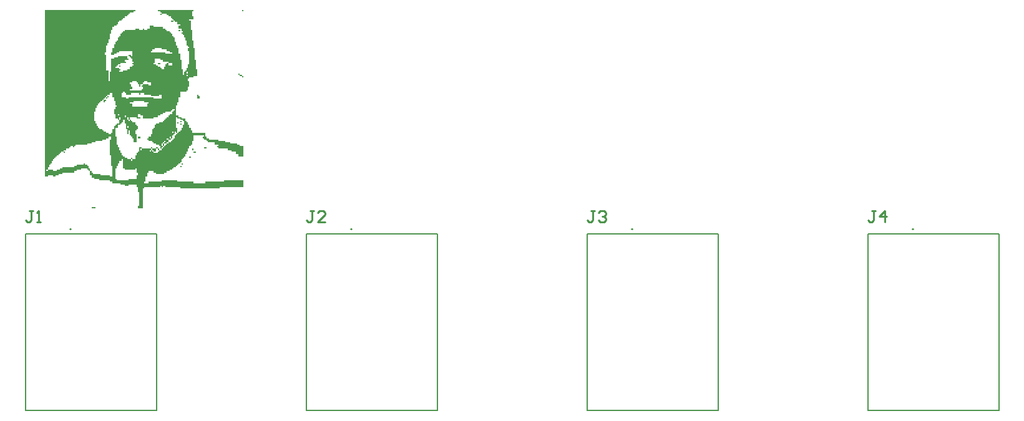
<source format=gbr>
G04*
G04 #@! TF.GenerationSoftware,Altium Limited,Altium Designer,23.0.1 (38)*
G04*
G04 Layer_Color=65535*
%FSLAX25Y25*%
%MOIN*%
G70*
G04*
G04 #@! TF.SameCoordinates,88CA1221-A5B3-45BB-8031-3B943D831941*
G04*
G04*
G04 #@! TF.FilePolarity,Positive*
G04*
G01*
G75*
%ADD10C,0.00787*%
%ADD11C,0.00500*%
%ADD12C,0.01000*%
G36*
X132500Y264293D02*
X131793D01*
Y265000D01*
X132500D01*
Y264293D01*
D02*
G37*
G36*
X88687Y262173D02*
X87980D01*
Y262880D01*
X88687D01*
Y262173D01*
D02*
G37*
G36*
X95047Y258640D02*
X93633D01*
Y259347D01*
X95047D01*
Y258640D01*
D02*
G37*
G36*
X98580Y253693D02*
X97873D01*
Y254400D01*
X98580D01*
Y253693D01*
D02*
G37*
G36*
X66780Y234613D02*
X66073D01*
Y235320D01*
X66780D01*
Y234613D01*
D02*
G37*
G36*
X105647Y264293D02*
X104940D01*
Y261467D01*
X105647D01*
Y260053D01*
X103527D01*
Y259347D01*
X104233D01*
Y254400D01*
X104940D01*
Y248747D01*
X105647D01*
Y244507D01*
X106353D01*
Y238147D01*
X107060D01*
Y233200D01*
X107767D01*
Y229667D01*
X105647D01*
Y228960D01*
X103527D01*
Y228253D01*
X102820D01*
Y226840D01*
X103527D01*
Y224013D01*
X102820D01*
Y221893D01*
X102113D01*
Y221187D01*
X98580D01*
Y218360D01*
X97873D01*
Y215533D01*
X97167D01*
Y214120D01*
X96460D01*
Y208467D01*
X97873D01*
Y207760D01*
X99287D01*
Y207053D01*
X101407D01*
Y205640D01*
X102113D01*
Y204933D01*
X102820D01*
Y203520D01*
X103527D01*
Y202107D01*
X104233D01*
Y200693D01*
X104940D01*
Y199280D01*
X112007D01*
Y197160D01*
X112713D01*
Y196453D01*
X114127D01*
Y195747D01*
X119073D01*
Y195040D01*
X122607D01*
Y194333D01*
X125433D01*
Y193627D01*
X128967D01*
Y192920D01*
X130380D01*
Y192213D01*
X132500D01*
Y186560D01*
X129673D01*
Y187973D01*
X128260D01*
Y189387D01*
X126140D01*
Y190093D01*
X124020D01*
Y190800D01*
X119073D01*
Y191507D01*
X118367D01*
Y192213D01*
X119073D01*
Y192920D01*
X116953D01*
Y194333D01*
X113420D01*
Y195040D01*
X112713D01*
Y195747D01*
X111300D01*
Y196453D01*
X110593D01*
Y197160D01*
X111300D01*
Y197867D01*
X105647D01*
Y195040D01*
X104940D01*
Y192920D01*
X104233D01*
Y192213D01*
X103527D01*
Y190800D01*
X102820D01*
Y189387D01*
X102113D01*
Y187973D01*
X101407D01*
Y186560D01*
X100700D01*
Y185853D01*
X99993D01*
Y185147D01*
X99287D01*
Y183733D01*
X98580D01*
Y183027D01*
X97873D01*
Y182320D01*
X97167D01*
Y181613D01*
X96460D01*
Y180907D01*
X95047D01*
Y180200D01*
X94340D01*
Y179493D01*
X92927D01*
Y178787D01*
X91513D01*
Y178080D01*
X90100D01*
Y177373D01*
X85860D01*
Y178080D01*
X84447D01*
Y178787D01*
X81620D01*
Y178080D01*
X80913D01*
Y175960D01*
X80207D01*
Y173133D01*
X79500D01*
Y172427D01*
X81620D01*
Y173133D01*
X88687D01*
Y173840D01*
X97167D01*
Y173133D01*
X105647D01*
Y172427D01*
X112007D01*
Y173133D01*
X121900D01*
Y173840D01*
X132500D01*
Y170307D01*
X119780D01*
Y169600D01*
X98580D01*
Y170307D01*
X90807D01*
Y171013D01*
X89393D01*
Y170307D01*
X88687D01*
Y171013D01*
X87980D01*
Y170307D01*
X79500D01*
Y169600D01*
X78793D01*
Y159000D01*
X75967D01*
Y160413D01*
X76673D01*
Y167480D01*
X75967D01*
Y170307D01*
X75260D01*
Y171720D01*
X71020D01*
Y171013D01*
X68900D01*
Y171720D01*
X66780D01*
Y172427D01*
X62540D01*
Y173133D01*
X61127D01*
Y173840D01*
X55473D01*
Y174547D01*
X52647D01*
Y175253D01*
X51233D01*
Y176667D01*
X50527D01*
Y178787D01*
X49820D01*
Y179493D01*
X49113D01*
Y180200D01*
X45580D01*
Y179493D01*
X43460D01*
Y178787D01*
X42047D01*
Y178080D01*
X35687D01*
Y177373D01*
X33567D01*
Y176667D01*
X32153D01*
Y175960D01*
X30740D01*
Y176667D01*
X27913D01*
Y175960D01*
X26500D01*
Y265000D01*
X74553D01*
Y264293D01*
X73847D01*
Y263587D01*
X71727D01*
Y262880D01*
X71020D01*
Y262173D01*
X70313D01*
Y261467D01*
X68900D01*
Y260760D01*
X68193D01*
Y260053D01*
X67487D01*
Y259347D01*
X66073D01*
Y258640D01*
X65367D01*
Y257227D01*
X64660D01*
Y256520D01*
X63247D01*
Y255813D01*
X62540D01*
Y254400D01*
X61833D01*
Y252280D01*
X61127D01*
Y249453D01*
X60420D01*
Y247333D01*
X59713D01*
Y245920D01*
X59007D01*
Y242387D01*
X58300D01*
Y240973D01*
X59007D01*
Y232493D01*
X60420D01*
Y226840D01*
X61127D01*
Y231787D01*
X61833D01*
Y238853D01*
X63247D01*
Y239560D01*
X65367D01*
Y240267D01*
X70313D01*
Y238853D01*
X71020D01*
Y238147D01*
X68900D01*
Y237440D01*
X69607D01*
Y236733D01*
X66780D01*
Y236027D01*
X65367D01*
Y235320D01*
X64660D01*
Y234613D01*
X63953D01*
Y233907D01*
X66073D01*
Y233200D01*
X66780D01*
Y232493D01*
X66073D01*
Y231787D01*
X68193D01*
Y232493D01*
X70313D01*
Y233200D01*
X71727D01*
Y234613D01*
X73140D01*
Y235320D01*
X73847D01*
Y236027D01*
X73140D01*
Y236733D01*
X73847D01*
Y237440D01*
X73140D01*
Y238853D01*
X72433D01*
Y239560D01*
X71727D01*
Y240267D01*
X71020D01*
Y240973D01*
X72433D01*
Y240267D01*
X73140D01*
Y243093D01*
X66073D01*
Y242387D01*
X64660D01*
Y241680D01*
X63247D01*
Y240973D01*
X61833D01*
Y242387D01*
X62540D01*
Y244507D01*
X63247D01*
Y246627D01*
X63953D01*
Y248040D01*
X64660D01*
Y248747D01*
X65367D01*
Y250160D01*
X66073D01*
Y250867D01*
X66780D01*
Y252280D01*
X67487D01*
Y252987D01*
X68193D01*
Y253693D01*
X68900D01*
Y254400D01*
X74553D01*
Y255107D01*
X76673D01*
Y254400D01*
X78793D01*
Y255107D01*
X79500D01*
Y254400D01*
X80913D01*
Y255107D01*
X82327D01*
Y256520D01*
X84447D01*
Y255813D01*
X89393D01*
Y255107D01*
X90807D01*
Y254400D01*
X91513D01*
Y253693D01*
X92927D01*
Y252987D01*
X93633D01*
Y252280D01*
X94340D01*
Y250867D01*
X95047D01*
Y250160D01*
X95753D01*
Y248040D01*
X96460D01*
Y245920D01*
X97167D01*
Y244507D01*
X97873D01*
Y241680D01*
X98580D01*
Y238147D01*
X99287D01*
Y233200D01*
X99993D01*
Y230373D01*
X100700D01*
Y231787D01*
X101407D01*
Y232493D01*
X102113D01*
Y233907D01*
X102820D01*
Y236027D01*
X103527D01*
Y243093D01*
X102820D01*
Y244507D01*
X103527D01*
Y245213D01*
X102820D01*
Y245920D01*
X102113D01*
Y248747D01*
X101407D01*
Y250160D01*
X100700D01*
Y251573D01*
X99993D01*
Y252280D01*
X99287D01*
Y252987D01*
X99993D01*
Y253693D01*
X99287D01*
Y255107D01*
X97873D01*
Y256520D01*
X98580D01*
Y257227D01*
X97167D01*
Y258640D01*
X95753D01*
Y259347D01*
X95047D01*
Y260053D01*
X94340D01*
Y260760D01*
X93633D01*
Y261467D01*
X92220D01*
Y262173D01*
X91513D01*
Y262880D01*
X88687D01*
Y263587D01*
X87980D01*
Y264293D01*
X86567D01*
Y265000D01*
X105647D01*
Y264293D01*
D02*
G37*
G36*
X130380Y230373D02*
X131793D01*
Y229667D01*
X132500D01*
Y228960D01*
X131793D01*
Y229667D01*
X130380D01*
Y230373D01*
X129673D01*
Y231080D01*
X130380D01*
Y230373D01*
D02*
G37*
G36*
X108473Y219067D02*
X109180D01*
Y217653D01*
X107767D01*
Y218360D01*
Y219067D01*
Y219773D01*
X108473D01*
Y219067D01*
D02*
G37*
G36*
X112713Y190800D02*
X111300D01*
Y191507D01*
X112713D01*
Y190800D01*
D02*
G37*
G36*
X105647Y190093D02*
X104940D01*
Y190800D01*
X105647D01*
Y190093D01*
D02*
G37*
G36*
X107060Y188680D02*
X105647D01*
Y189387D01*
X107060D01*
Y188680D01*
D02*
G37*
G36*
X104233Y185853D02*
X103527D01*
Y186560D01*
X104233D01*
Y185853D01*
D02*
G37*
G36*
X99993Y182320D02*
X99287D01*
Y183027D01*
X99993D01*
Y182320D01*
D02*
G37*
G36*
X99287Y180907D02*
X98580D01*
Y181613D01*
X99287D01*
Y180907D01*
D02*
G37*
G36*
X53353Y159000D02*
X51233D01*
Y159707D01*
X53353D01*
Y159000D01*
D02*
G37*
%LPC*%
G36*
X88687Y244507D02*
X85153D01*
Y243800D01*
X83740D01*
Y243093D01*
X83033D01*
Y242387D01*
X90807D01*
Y241680D01*
X94340D01*
Y242387D01*
X92927D01*
Y243093D01*
X91513D01*
Y243800D01*
X88687D01*
Y244507D01*
D02*
G37*
G36*
X87980Y238853D02*
X85153D01*
Y236733D01*
X84447D01*
Y236027D01*
X85860D01*
Y235320D01*
X86567D01*
Y234613D01*
X87980D01*
Y233907D01*
X88687D01*
Y233200D01*
X90100D01*
Y233907D01*
Y234613D01*
X90807D01*
Y236027D01*
X91513D01*
Y236733D01*
X92220D01*
Y235320D01*
X94340D01*
Y236733D01*
X92220D01*
Y237440D01*
X89393D01*
Y238147D01*
X87980D01*
Y238853D01*
D02*
G37*
G36*
X102820Y231787D02*
X102113D01*
Y231080D01*
X102820D01*
Y231787D01*
D02*
G37*
G36*
Y230373D02*
X102113D01*
Y229667D01*
X102820D01*
Y230373D01*
D02*
G37*
G36*
X80913Y226840D02*
X79500D01*
Y226133D01*
X78793D01*
Y225427D01*
X81620D01*
Y224720D01*
X83033D01*
Y226133D01*
X80913D01*
Y226840D01*
D02*
G37*
G36*
X75260D02*
X73140D01*
Y226133D01*
X71727D01*
Y225427D01*
X72433D01*
Y224013D01*
X73140D01*
Y222600D01*
X71727D01*
Y221893D01*
X78087D01*
Y222600D01*
X78793D01*
Y224013D01*
X78087D01*
Y224720D01*
X78793D01*
Y225427D01*
X77380D01*
Y224013D01*
X76673D01*
Y225427D01*
X75967D01*
Y226133D01*
X75260D01*
Y226840D01*
D02*
G37*
G36*
X62540Y220480D02*
X61127D01*
Y219773D01*
X59713D01*
Y219067D01*
X60420D01*
Y218360D01*
X59713D01*
Y219067D01*
X59007D01*
Y218360D01*
X59713D01*
Y217653D01*
X59007D01*
Y218360D01*
X58300D01*
Y217653D01*
X57593D01*
Y216947D01*
X59007D01*
Y216240D01*
X58300D01*
Y215533D01*
X57593D01*
Y216947D01*
X56887D01*
Y216240D01*
X56180D01*
Y215533D01*
X55473D01*
Y214827D01*
X54767D01*
Y214120D01*
X54060D01*
Y212707D01*
X53353D01*
Y210587D01*
X52647D01*
Y205640D01*
X53353D01*
Y204227D01*
X54060D01*
Y202813D01*
X54767D01*
Y202107D01*
X55473D01*
Y201400D01*
X56887D01*
Y200693D01*
X57593D01*
Y199987D01*
X59007D01*
Y199280D01*
X60420D01*
Y198573D01*
X61833D01*
Y199280D01*
X62540D01*
Y201400D01*
X63247D01*
Y202813D01*
X63953D01*
Y203520D01*
X64660D01*
Y204227D01*
X66073D01*
Y206347D01*
X65367D01*
Y207053D01*
X63953D01*
Y209173D01*
X63247D01*
Y212000D01*
X63953D01*
Y213413D01*
X64660D01*
Y214120D01*
X63953D01*
Y216240D01*
X63247D01*
Y218360D01*
X62540D01*
Y220480D01*
D02*
G37*
G36*
X68900Y221187D02*
X68193D01*
Y220480D01*
X67487D01*
Y218360D01*
X69607D01*
Y217653D01*
X71020D01*
Y218360D01*
X84447D01*
Y217653D01*
X88687D01*
Y219773D01*
X87273D01*
Y219067D01*
X83033D01*
Y219773D01*
X79500D01*
Y220480D01*
X77380D01*
Y219773D01*
X76673D01*
Y220480D01*
X72433D01*
Y219773D01*
X69607D01*
Y220480D01*
X68900D01*
Y221187D01*
D02*
G37*
G36*
X79500Y216240D02*
X73847D01*
Y215533D01*
X71727D01*
Y214827D01*
X73140D01*
Y213413D01*
X80913D01*
Y214827D01*
X81620D01*
Y215533D01*
X79500D01*
Y216240D01*
D02*
G37*
G36*
X66073Y209173D02*
X65367D01*
Y208467D01*
X66073D01*
Y209173D01*
D02*
G37*
G36*
X69607Y208467D02*
X68900D01*
Y207760D01*
X69607D01*
Y208467D01*
D02*
G37*
G36*
X95753Y212000D02*
X94340D01*
Y211293D01*
X93633D01*
Y210587D01*
X90807D01*
Y209880D01*
X89393D01*
Y209173D01*
X87980D01*
Y208467D01*
X86567D01*
Y207760D01*
X84447D01*
Y207053D01*
X78793D01*
Y208467D01*
X77380D01*
Y209173D01*
X75967D01*
Y207760D01*
X77380D01*
Y207053D01*
X75260D01*
Y207760D01*
X71727D01*
Y206347D01*
X72433D01*
Y205640D01*
X73140D01*
Y204933D01*
X74553D01*
Y203520D01*
X75260D01*
Y202813D01*
X75967D01*
Y201400D01*
X75260D01*
Y200693D01*
X74553D01*
Y198573D01*
X75260D01*
Y194333D01*
X73847D01*
Y196453D01*
X73140D01*
Y197160D01*
X72433D01*
Y197867D01*
X71727D01*
Y200693D01*
X71020D01*
Y198573D01*
X70313D01*
Y201400D01*
X69607D01*
Y204227D01*
X68900D01*
Y206347D01*
X68193D01*
Y204933D01*
X67487D01*
Y204227D01*
X66780D01*
Y203520D01*
X65367D01*
Y202107D01*
X63953D01*
Y197160D01*
X64660D01*
Y192920D01*
X65367D01*
Y191507D01*
X66073D01*
Y190093D01*
X66780D01*
Y188680D01*
X67487D01*
Y187267D01*
X68193D01*
Y186560D01*
X68900D01*
Y185853D01*
X70313D01*
Y185147D01*
X72433D01*
Y184440D01*
X73140D01*
Y185147D01*
X72433D01*
Y185853D01*
X73140D01*
Y185147D01*
X74553D01*
Y187267D01*
X75260D01*
Y188680D01*
X75967D01*
Y189387D01*
X76673D01*
Y191507D01*
X78087D01*
Y190800D01*
X83033D01*
Y190093D01*
X83740D01*
Y189387D01*
X84447D01*
Y188680D01*
X86567D01*
Y189387D01*
X87273D01*
Y190093D01*
X86567D01*
Y190800D01*
X85860D01*
Y191507D01*
X86567D01*
Y190800D01*
X87273D01*
Y190093D01*
X88687D01*
Y190800D01*
X87980D01*
Y192213D01*
X87273D01*
Y192920D01*
X85860D01*
Y193627D01*
X84447D01*
Y194333D01*
X83740D01*
Y195040D01*
X81620D01*
Y195747D01*
X80913D01*
Y196453D01*
X81620D01*
Y197160D01*
X83033D01*
Y198573D01*
X83740D01*
Y201400D01*
X84447D01*
Y202107D01*
X85153D01*
Y203520D01*
X85860D01*
Y204227D01*
X87273D01*
Y204933D01*
X89393D01*
Y205640D01*
X90100D01*
Y206347D01*
X90807D01*
Y207053D01*
X91513D01*
Y207760D01*
X92220D01*
Y208467D01*
X92927D01*
Y209173D01*
X94340D01*
Y210587D01*
X95047D01*
Y211293D01*
X95753D01*
Y212000D01*
D02*
G37*
G36*
X66780Y207760D02*
X66073D01*
Y206347D01*
X66780D01*
Y207760D01*
D02*
G37*
G36*
X71020D02*
X70313D01*
Y206347D01*
X71020D01*
Y205640D01*
X71727D01*
Y206347D01*
X71020D01*
Y207760D01*
D02*
G37*
G36*
Y202813D02*
X70313D01*
Y202107D01*
X71020D01*
Y202813D01*
D02*
G37*
G36*
X97167Y207760D02*
X96460D01*
Y207053D01*
Y202107D01*
X97167D01*
Y199280D01*
X97873D01*
Y199987D01*
X98580D01*
Y200693D01*
X99287D01*
Y202107D01*
X99993D01*
Y203520D01*
X100700D01*
Y205640D01*
X99993D01*
Y206347D01*
X98580D01*
Y207053D01*
X97167D01*
Y207760D01*
D02*
G37*
G36*
X95047Y199987D02*
X94340D01*
Y199280D01*
X95047D01*
Y199987D01*
D02*
G37*
G36*
X96460D02*
X95753D01*
Y198573D01*
X95047D01*
Y197867D01*
X94340D01*
Y196453D01*
X93633D01*
Y197160D01*
X92927D01*
Y196453D01*
X93633D01*
Y195747D01*
X92220D01*
Y196453D01*
X91513D01*
Y195747D01*
X92220D01*
Y194333D01*
X93633D01*
Y195040D01*
X94340D01*
Y195747D01*
X95047D01*
Y196453D01*
X95753D01*
Y197867D01*
X96460D01*
Y198573D01*
X97167D01*
Y199280D01*
X96460D01*
Y199987D01*
D02*
G37*
G36*
X90807Y195040D02*
X90100D01*
Y194333D01*
X90807D01*
Y195040D01*
D02*
G37*
G36*
X92220Y194333D02*
X91513D01*
Y193627D01*
X92220D01*
Y194333D01*
D02*
G37*
G36*
X90100D02*
X89393D01*
Y193627D01*
X90100D01*
Y192920D01*
Y192213D01*
X90807D01*
Y192920D01*
X91513D01*
Y193627D01*
X90100D01*
Y194333D01*
D02*
G37*
G36*
X89393Y193627D02*
X88687D01*
Y192213D01*
X89393D01*
Y191507D01*
X90100D01*
Y192213D01*
X89393D01*
Y193627D01*
D02*
G37*
G36*
X61833Y197160D02*
X60420D01*
Y196453D01*
X59007D01*
Y195747D01*
X56887D01*
Y195040D01*
X53353D01*
Y194333D01*
X51233D01*
Y193627D01*
X49113D01*
Y192920D01*
X42753D01*
Y192213D01*
X42047D01*
Y191507D01*
X41340D01*
Y192213D01*
X39927D01*
Y191507D01*
X39220D01*
Y190800D01*
X37807D01*
Y190093D01*
X36393D01*
Y189387D01*
X37100D01*
Y188680D01*
X36393D01*
Y189387D01*
X34980D01*
Y188680D01*
X34273D01*
Y187973D01*
X33567D01*
Y187267D01*
X32860D01*
Y186560D01*
X32153D01*
Y185853D01*
X31447D01*
Y185147D01*
X30740D01*
Y184440D01*
X30033D01*
Y183027D01*
X29327D01*
Y182320D01*
X28620D01*
Y180907D01*
X27913D01*
Y179493D01*
X30740D01*
Y178787D01*
X32860D01*
Y179493D01*
X34273D01*
Y180200D01*
X35687D01*
Y180907D01*
X42047D01*
Y181613D01*
X43460D01*
Y182320D01*
X46993D01*
Y183027D01*
X47700D01*
Y182320D01*
X49113D01*
Y181613D01*
X49820D01*
Y180200D01*
X50527D01*
Y178787D01*
X51233D01*
Y178080D01*
X51940D01*
Y177373D01*
X56180D01*
Y176667D01*
X61127D01*
Y175960D01*
X62540D01*
Y181613D01*
X61833D01*
Y187267D01*
X61127D01*
Y195747D01*
X61833D01*
Y197160D01*
D02*
G37*
G36*
X89393Y191507D02*
X88687D01*
Y190800D01*
X89393D01*
Y191507D01*
D02*
G37*
G36*
X78087Y190800D02*
X77380D01*
Y190093D01*
X78087D01*
Y190800D01*
D02*
G37*
G36*
X83033Y190093D02*
X82327D01*
Y189387D01*
X83033D01*
Y190093D01*
D02*
G37*
G36*
X27913Y179493D02*
X27207D01*
Y178787D01*
X27913D01*
Y179493D01*
D02*
G37*
G36*
X68193Y185147D02*
X67487D01*
Y184440D01*
X66073D01*
Y183027D01*
X65367D01*
Y181613D01*
X64660D01*
Y180200D01*
X63953D01*
Y174547D01*
X64660D01*
Y173840D01*
X71020D01*
Y174547D01*
X75260D01*
Y176667D01*
X75967D01*
Y178080D01*
X75260D01*
Y180200D01*
X74553D01*
Y179493D01*
X68900D01*
Y180200D01*
X68193D01*
Y185147D01*
D02*
G37*
%LPD*%
G36*
X87980Y236027D02*
X86567D01*
Y236733D01*
X87980D01*
Y236027D01*
D02*
G37*
G36*
X77380Y196453D02*
X75967D01*
Y197160D01*
X77380D01*
Y196453D01*
D02*
G37*
G36*
X83740Y190800D02*
X85860D01*
Y189387D01*
X84447D01*
Y190093D01*
X83740D01*
Y190800D01*
X83033D01*
Y191507D01*
X83740D01*
Y190800D01*
D02*
G37*
G36*
X99287Y204933D02*
X98580D01*
Y205640D01*
X99287D01*
Y204933D01*
D02*
G37*
G36*
X97873Y204227D02*
X97167D01*
Y204933D01*
X97873D01*
Y204227D01*
D02*
G37*
G36*
X99287Y203520D02*
X98580D01*
Y204227D01*
X99287D01*
Y203520D01*
D02*
G37*
D10*
X40394Y147760D02*
G03*
X40394Y147760I-394J0D01*
G01*
X490394D02*
G03*
X490394Y147760I-394J0D01*
G01*
X190394D02*
G03*
X190394Y147760I-394J0D01*
G01*
X340394D02*
G03*
X340394Y147760I-394J0D01*
G01*
D11*
X86063Y50898D02*
Y145201D01*
X15984Y50898D02*
Y145201D01*
X86063D01*
X15984Y50898D02*
X86063D01*
X465984D02*
X536063D01*
X465984Y145201D02*
X536063D01*
X465984Y50898D02*
Y145201D01*
X536063Y50898D02*
Y145201D01*
X236063Y50898D02*
Y145201D01*
X165984Y50898D02*
Y145201D01*
X236063D01*
X165984Y50898D02*
X236063D01*
X315984D02*
X386063D01*
X315984Y145201D02*
X386063D01*
X315984Y50898D02*
Y145201D01*
X386063Y50898D02*
Y145201D01*
D12*
X19899Y157498D02*
X17899D01*
X18899D01*
Y152500D01*
X17899Y151500D01*
X16900D01*
X15900Y152500D01*
X21898Y151500D02*
X23897D01*
X22898D01*
Y157498D01*
X21898Y156498D01*
X469899Y157498D02*
X467899D01*
X468899D01*
Y152500D01*
X467899Y151500D01*
X466900D01*
X465900Y152500D01*
X474897Y151500D02*
Y157498D01*
X471898Y154499D01*
X475897D01*
X169899Y157498D02*
X167899D01*
X168899D01*
Y152500D01*
X167899Y151500D01*
X166900D01*
X165900Y152500D01*
X175897Y151500D02*
X171898D01*
X175897Y155499D01*
Y156498D01*
X174897Y157498D01*
X172898D01*
X171898Y156498D01*
X319899Y157498D02*
X317899D01*
X318899D01*
Y152500D01*
X317899Y151500D01*
X316900D01*
X315900Y152500D01*
X321898Y156498D02*
X322898Y157498D01*
X324897D01*
X325897Y156498D01*
Y155499D01*
X324897Y154499D01*
X323897D01*
X324897D01*
X325897Y153499D01*
Y152500D01*
X324897Y151500D01*
X322898D01*
X321898Y152500D01*
M02*

</source>
